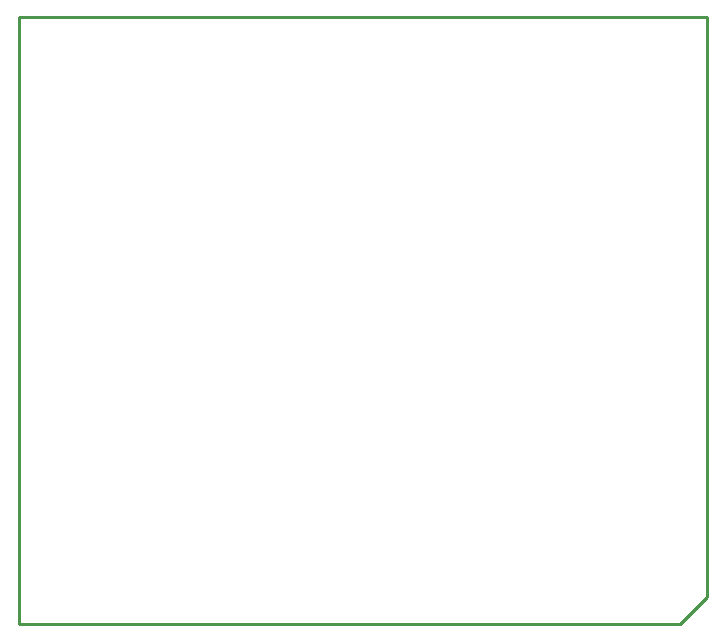
<source format=gko>
G04*
G04 #@! TF.GenerationSoftware,Altium Limited,Altium Designer,19.0.12 (326)*
G04*
G04 Layer_Color=16711935*
%FSLAX25Y25*%
%MOIN*%
G70*
G01*
G75*
%ADD10C,0.01000*%
D10*
X229500Y9000D02*
Y202500D01*
X220500Y-0D02*
X229500Y9000D01*
X-0Y-0D02*
X220500D01*
X-0D02*
Y202500D01*
X0Y202500D01*
X229500D01*
M02*

</source>
